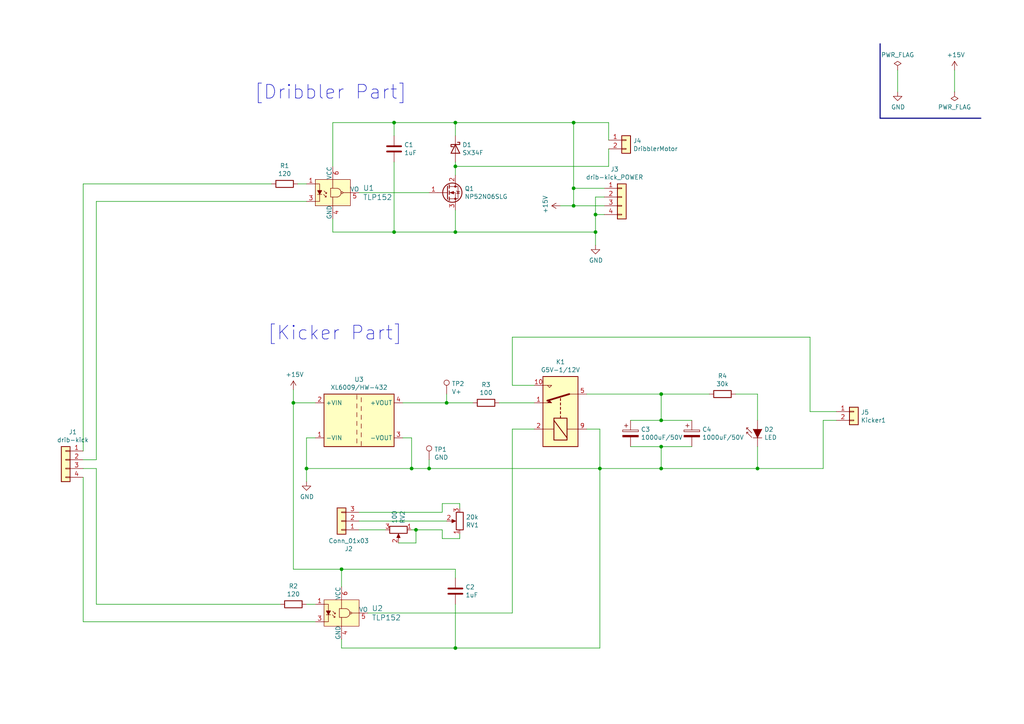
<source format=kicad_sch>
(kicad_sch (version 20211123) (generator eeschema)
  (paper "A4")
  (title_block (title "KicerDribbler") (date "2023-01-31") (rev "V2.0") (company "Saeki.A"))
  (lib_symbols
    (symbol "1.Robot.prtty:LED" (pin_numbers hide) (pin_names (offset 1.016) hide)
      (property "Reference" "D" (at 0.508 1.778 0))
      (property "Value" "1.Robot.prtty_LED" (at -1.016 -2.794 0))
      (symbol "LED_0_1"
        (polyline (pts (xy -2.54 1.27) (xy -2.54 -1.27)) (stroke (width 0.1524)))
        (polyline (pts (xy 0.381 3.175) (xy -0.127 3.175)))
        (polyline (pts (xy -1.143 1.651) (xy 0.381 3.175) (xy 0.381 2.667)))
        (polyline (pts (xy 0 1.27) (xy -2.54 0) (xy 0 -1.27)) (fill (type outline)))
        (polyline (pts (xy -2.413 1.651) (xy -0.889 3.175) (xy -0.889 2.667) (xy -0.889 3.175) (xy -1.397 3.175)))
      )
      (symbol "LED_1_1"
        (pin passive line (at -5.08 0 0) (length 2.54) (name "K") (number "1"))
        (pin passive line (at 2.54 0 180) (length 2.54) (name "A") (number "2"))
      )
    )
    (symbol "1.Robot.prtty:TLP152" (pin_names (offset 0))
      (property "Reference" "U" (at -7.62 7.62 0))
      (property "Value" "1.Robot.prtty_TLP152" (at 2.54 -5.715 0))
      (symbol "TLP152_0_1"
        (rectangle (start -5.08 3.81) (end 5.08 -3.81) (fill (type background)))
        (polyline (pts (xy -4.445 -0.508) (xy -3.175 -0.508)))
        (polyline (pts (xy -1.905 -1.27) (xy -1.905 -0.889)))
        (polyline (pts (xy -1.778 -0.254) (xy -2.159 -0.254)))
        (polyline (pts (xy -0.635 1.27) (xy 1.27 1.27)))
        (polyline (pts (xy 0 -3.81) (xy 0 -1.27)))
        (polyline (pts (xy 0 3.81) (xy 0 1.27)))
        (polyline (pts (xy 2.921 0) (xy 5.08 0)))
        (polyline (pts (xy -5.08 -2.54) (xy -3.81 -2.54) (xy -3.81 -0.254)))
        (polyline (pts (xy -5.08 2.54) (xy -3.81 2.54) (xy -3.81 0.508)))
        (polyline (pts (xy -2.667 -0.508) (xy -1.905 -1.27) (xy -2.286 -1.27)))
        (polyline (pts (xy -2.54 0.508) (xy -1.778 -0.254) (xy -1.778 0.127)))
        (polyline (pts (xy -0.635 1.27) (xy -0.635 -1.27) (xy 1.27 -1.27)))
        (polyline (pts (xy -4.318 0.635) (xy -3.175 0.635) (xy -3.81 -0.508) (xy -4.445 0.635)) (fill (type outline)))
        (arc (start 1.27 -1.27) (mid 2.4193 0) (end 1.27 1.27))
        (circle (center 2.667 0) (radius 0.2794))
      )
      (symbol "TLP152_1_1"
        (pin passive line (at -7.62 2.54 0) (length 2.54) (name "~") (number "1"))
        (pin passive line (at -7.62 -2.54 0) (length 2.54) (name "~") (number "3"))
        (pin power_in line (at 0 -7.62 90) (length 3.81) (name "GND") (number "4"))
        (pin output line (at 7.62 0 180) (length 2.54) (name "VO") (number "5"))
        (pin power_in line (at 0 7.62 270) (length 3.81) (name "VCC") (number "6"))
      )
    )
    (symbol "Connector:TestPoint" (pin_numbers hide) (pin_names (offset 0.762) hide)
      (property "Reference" "TP" (at 0 6.858 0))
      (property "Value" "TestPoint" (at 0 5.08 0))
      (symbol "TestPoint_0_1"
        (circle (center 0 3.302) (radius 0.762))
      )
      (symbol "TestPoint_1_1"
        (pin passive line (at 0 0 90) (length 2.54) (name "1") (number "1"))
      )
    )
    (symbol "Connector_Generic:Conn_01x02" (pin_names (offset 1.016) hide)
      (property "Reference" "J" (at 0 2.54 0))
      (property "Value" "Conn_01x02" (at 0 -5.08 0))
      (symbol "Conn_01x02_1_1"
        (rectangle (start -1.27 -2.413) (end 0 -2.667) (stroke (width 0.1524)))
        (rectangle (start -1.27 0.127) (end 0 -0.127) (stroke (width 0.1524)))
        (rectangle (start -1.27 1.27) (end 1.27 -3.81) (stroke (width 0.254)) (fill (type background)))
        (pin passive line (at -5.08 0 0) (length 3.81) (name "Pin_1") (number "1"))
        (pin passive line (at -5.08 -2.54 0) (length 3.81) (name "Pin_2") (number "2"))
      )
    )
    (symbol "Connector_Generic:Conn_01x03" (pin_names (offset 1.016) hide)
      (property "Reference" "J" (at 0 5.08 0))
      (property "Value" "Conn_01x03" (at 0 -5.08 0))
      (symbol "Conn_01x03_1_1"
        (rectangle (start -1.27 -2.413) (end 0 -2.667) (stroke (width 0.1524)))
        (rectangle (start -1.27 0.127) (end 0 -0.127) (stroke (width 0.1524)))
        (rectangle (start -1.27 2.667) (end 0 2.413) (stroke (width 0.1524)))
        (rectangle (start -1.27 3.81) (end 1.27 -3.81) (stroke (width 0.254)) (fill (type background)))
        (pin passive line (at -5.08 2.54 0) (length 3.81) (name "Pin_1") (number "1"))
        (pin passive line (at -5.08 0 0) (length 3.81) (name "Pin_2") (number "2"))
        (pin passive line (at -5.08 -2.54 0) (length 3.81) (name "Pin_3") (number "3"))
      )
    )
    (symbol "Connector_Generic:Conn_01x04" (pin_names (offset 1.016) hide)
      (property "Reference" "J" (at 0 5.08 0))
      (property "Value" "Conn_01x04" (at 0 -7.62 0))
      (symbol "Conn_01x04_1_1"
        (rectangle (start -1.27 -4.953) (end 0 -5.207) (stroke (width 0.1524)))
        (rectangle (start -1.27 -2.413) (end 0 -2.667) (stroke (width 0.1524)))
        (rectangle (start -1.27 0.127) (end 0 -0.127) (stroke (width 0.1524)))
        (rectangle (start -1.27 2.667) (end 0 2.413) (stroke (width 0.1524)))
        (rectangle (start -1.27 3.81) (end 1.27 -6.35) (stroke (width 0.254)) (fill (type background)))
        (pin passive line (at -5.08 2.54 0) (length 3.81) (name "Pin_1") (number "1"))
        (pin passive line (at -5.08 0 0) (length 3.81) (name "Pin_2") (number "2"))
        (pin passive line (at -5.08 -2.54 0) (length 3.81) (name "Pin_3") (number "3"))
        (pin passive line (at -5.08 -5.08 0) (length 3.81) (name "Pin_4") (number "4"))
      )
    )
    (symbol "Device:C" (pin_numbers hide) (pin_names (offset 0.254))
      (property "Reference" "C" (at 0.635 2.54 0))
      (property "Value" "C" (at 0.635 -2.54 0))
      (symbol "C_0_1"
        (polyline (pts (xy -2.032 -0.762) (xy 2.032 -0.762)) (stroke (width 0.508)))
        (polyline (pts (xy -2.032 0.762) (xy 2.032 0.762)) (stroke (width 0.508)))
      )
      (symbol "C_1_1"
        (pin passive line (at 0 3.81 270) (length 2.794) (name "~") (number "1"))
        (pin passive line (at 0 -3.81 90) (length 2.794) (name "~") (number "2"))
      )
    )
    (symbol "Device:CP" (pin_numbers hide) (pin_names (offset 0.254))
      (property "Reference" "C" (at 0.635 2.54 0))
      (property "Value" "Device_CP" (at 0.635 -2.54 0))
      (symbol "CP_0_1"
        (rectangle (start -2.286 0.508) (end 2.286 1.016))
        (polyline (pts (xy -1.778 2.286) (xy -0.762 2.286)))
        (polyline (pts (xy -1.27 2.794) (xy -1.27 1.778)))
        (rectangle (start 2.286 -0.508) (end -2.286 -1.016) (fill (type outline)))
      )
      (symbol "CP_1_1"
        (pin passive line (at 0 3.81 270) (length 2.794) (name "~") (number "1"))
        (pin passive line (at 0 -3.81 90) (length 2.794) (name "~") (number "2"))
      )
    )
    (symbol "Device:D_Schottky" (pin_numbers hide) (pin_names (offset 1.016) hide)
      (property "Reference" "D" (at 0 2.54 0))
      (property "Value" "D_Schottky" (at 0 -2.54 0))
      (symbol "D_Schottky_0_1"
        (polyline (pts (xy 1.27 0) (xy -1.27 0)))
        (polyline (pts (xy 1.27 1.27) (xy 1.27 -1.27) (xy -1.27 0) (xy 1.27 1.27)) (stroke (width 0.254)))
        (polyline (pts (xy -1.905 0.635) (xy -1.905 1.27) (xy -1.27 1.27) (xy -1.27 -1.27) (xy -0.635 -1.27) (xy -0.635 -0.635)) (stroke (width 0.254)))
      )
      (symbol "D_Schottky_1_1"
        (pin passive line (at -3.81 0 0) (length 2.54) (name "K") (number "1"))
        (pin passive line (at 3.81 0 180) (length 2.54) (name "A") (number "2"))
      )
    )
    (symbol "Device:R" (pin_numbers hide) (pin_names (offset 0))
      (property "Reference" "R" (at 2.032 0 90))
      (property "Value" "R" (at 0 0 90))
      (symbol "R_0_1"
        (rectangle (start -1.016 -2.54) (end 1.016 2.54) (stroke (width 0.254)))
      )
      (symbol "R_1_1"
        (pin passive line (at 0 3.81 270) (length 1.27) (name "~") (number "1"))
        (pin passive line (at 0 -3.81 90) (length 1.27) (name "~") (number "2"))
      )
    )
    (symbol "Device:R_POT" (pin_names (offset 1.016) hide)
      (property "Reference" "RV" (at -4.445 0 90))
      (property "Value" "Device_R_POT" (at -2.54 0 90))
      (symbol "R_POT_0_1"
        (polyline (pts (xy 2.54 0) (xy 1.524 0)))
        (polyline (pts (xy 1.143 0) (xy 2.286 0.508) (xy 2.286 -0.508) (xy 1.143 0)) (fill (type outline)))
        (rectangle (start 1.016 2.54) (end -1.016 -2.54) (stroke (width 0.254)))
      )
      (symbol "R_POT_1_1"
        (pin passive line (at 0 3.81 270) (length 1.27) (name "1") (number "1"))
        (pin passive line (at 3.81 0 180) (length 1.27) (name "2") (number "2"))
        (pin passive line (at 0 -3.81 90) (length 1.27) (name "3") (number "3"))
      )
    )
    (symbol "Kikker20200725-rescue:TLP157-Akizuki" (pin_names (offset 0))
      (property "Reference" "U" (at -7.62 7.62 0))
      (property "Value" "Kikker20200725-rescue_TLP157-Akizuki" (at 2.54 -5.715 0))
      (symbol "TLP157-Akizuki_0_1"
        (rectangle (start -5.08 3.81) (end 5.08 -3.81) (fill (type background)))
        (polyline (pts (xy -4.445 -0.508) (xy -3.175 -0.508)))
        (polyline (pts (xy -1.905 -1.27) (xy -1.905 -0.889)))
        (polyline (pts (xy -1.778 -0.254) (xy -2.159 -0.254)))
        (polyline (pts (xy -0.635 1.27) (xy 1.27 1.27)))
        (polyline (pts (xy 0 -3.81) (xy 0 -1.27)))
        (polyline (pts (xy 0 3.81) (xy 0 1.27)))
        (polyline (pts (xy 2.921 0) (xy 5.08 0)))
        (polyline (pts (xy -5.08 -2.54) (xy -3.81 -2.54) (xy -3.81 -0.254)))
        (polyline (pts (xy -5.08 2.54) (xy -3.81 2.54) (xy -3.81 0.508)))
        (polyline (pts (xy -2.667 -0.508) (xy -1.905 -1.27) (xy -2.286 -1.27)))
        (polyline (pts (xy -2.54 0.508) (xy -1.778 -0.254) (xy -1.778 0.127)))
        (polyline (pts (xy -0.635 1.27) (xy -0.635 -1.27) (xy 1.27 -1.27)))
        (polyline (pts (xy -4.318 0.635) (xy -3.175 0.635) (xy -3.81 -0.508) (xy -4.445 0.635)) (fill (type outline)))
        (arc (start 1.27 -1.27) (mid 2.4193 0) (end 1.27 1.27))
        (circle (center 2.667 0) (radius 0.2794))
      )
      (symbol "TLP157-Akizuki_1_1"
        (pin passive line (at -7.62 2.54 0) (length 2.54) (name "~") (number "1"))
        (pin passive line (at -7.62 -2.54 0) (length 2.54) (name "~") (number "3"))
        (pin power_in line (at 0 -7.62 90) (length 3.81) (name "GND") (number "4"))
        (pin output line (at 7.62 0 180) (length 2.54) (name "VO") (number "5"))
        (pin power_in line (at 0 7.62 270) (length 3.81) (name "VCC") (number "6"))
      )
    )
    (symbol "Regulator_Switching:CRE1S0305S3C"
      (property "Reference" "U" (at -8.89 8.89 0))
      (property "Value" "CRE1S0305S3C" (at 2.54 8.89 0))
      (symbol "CRE1S0305S3C_0_1"
        (rectangle (start -10.16 7.62) (end 10.16 -7.62) (stroke (width 0.254)) (fill (type background)))
        (polyline (pts (xy -0.635 -5.334) (xy -0.635 -6.604)))
        (polyline (pts (xy -0.635 -2.794) (xy -0.635 -4.064)))
        (polyline (pts (xy -0.635 -0.254) (xy -0.635 -1.524)))
        (polyline (pts (xy -0.635 2.286) (xy -0.635 1.016)))
        (polyline (pts (xy -0.635 4.826) (xy -0.635 3.556)))
        (polyline (pts (xy -0.635 7.366) (xy -0.635 6.096)))
        (polyline (pts (xy 0.635 -7.366) (xy 0.635 -6.096)))
        (polyline (pts (xy 0.635 -4.826) (xy 0.635 -3.556)))
        (polyline (pts (xy 0.635 -2.286) (xy 0.635 -1.016)))
        (polyline (pts (xy 0.635 0.254) (xy 0.635 1.524)))
        (polyline (pts (xy 0.635 2.794) (xy 0.635 4.064)))
        (polyline (pts (xy 0.635 5.334) (xy 0.635 6.604)))
      )
      (symbol "CRE1S0305S3C_1_1"
        (pin power_in line (at -12.7 -5.08 0) (length 2.54) (name "-VIN") (number "1"))
        (pin power_in line (at -12.7 5.08 0) (length 2.54) (name "+VIN") (number "2"))
        (pin power_out line (at 12.7 -5.08 180) (length 2.54) (name "-VOUT") (number "3"))
        (pin power_out line (at 12.7 5.08 180) (length 2.54) (name "+VOUT") (number "4"))
      )
    )
    (symbol "Relay:G5V-1"
      (property "Reference" "K" (at 11.43 3.81 0))
      (property "Value" "G5V-1" (at 11.43 1.27 0))
      (symbol "G5V-1_0_0"
        (polyline (pts (xy 7.62 5.08) (xy 7.62 2.54) (xy 6.985 3.175) (xy 7.62 3.81)))
      )
      (symbol "G5V-1_0_1"
        (rectangle (start -10.16 5.08) (end 10.16 -5.08) (stroke (width 0.254)) (fill (type background)))
        (rectangle (start -8.255 1.905) (end -1.905 -1.905) (stroke (width 0.254)))
        (polyline (pts (xy -7.62 -1.905) (xy -2.54 1.905)) (stroke (width 0.254)))
        (polyline (pts (xy -5.08 -5.08) (xy -5.08 -1.905)))
        (polyline (pts (xy -5.08 5.08) (xy -5.08 1.905)))
        (polyline (pts (xy -1.905 0) (xy -1.27 0)) (stroke (width 0.254)))
        (polyline (pts (xy -0.635 0) (xy 0 0)) (stroke (width 0.254)))
        (polyline (pts (xy 0.635 0) (xy 1.27 0)) (stroke (width 0.254)))
        (polyline (pts (xy 1.905 0) (xy 2.54 0)) (stroke (width 0.254)))
        (polyline (pts (xy 3.175 0) (xy 3.81 0)) (stroke (width 0.254)))
        (polyline (pts (xy 5.08 -2.54) (xy 3.175 3.81)) (stroke (width 0.508)))
        (polyline (pts (xy 5.08 -2.54) (xy 5.08 -5.08)))
        (polyline (pts (xy 2.54 5.08) (xy 2.54 2.54) (xy 3.175 3.175) (xy 2.54 3.81)) (fill (type outline)))
      )
      (symbol "G5V-1_1_1"
        (pin passive line (at 2.54 7.62 270) (length 2.54) (name "~") (number "1"))
        (pin passive line (at 7.62 7.62 270) (length 2.54) (name "~") (number "10"))
        (pin passive line (at -5.08 7.62 270) (length 2.54) (name "~") (number "2"))
        (pin passive line (at 5.08 -7.62 90) (length 2.54) (name "~") (number "5"))
        (pin passive line (at 5.08 -7.62 90) (length 2.54) hide (name "~") (number "6"))
        (pin passive line (at -5.08 -7.62 90) (length 2.54) (name "~") (number "9"))
      )
    )
    (symbol "Transistor_FET:NP52N06SLG" (pin_names hide)
      (property "Reference" "Q" (at 5.08 1.905 0))
      (property "Value" "Transistor_FET_NP52N06SLG" (at 5.08 0 0))
      (symbol "NP52N06SLG_0_1"
        (polyline (pts (xy 0.254 0) (xy -2.54 0)))
        (polyline (pts (xy 0.254 1.905) (xy 0.254 -1.905)) (stroke (width 0.254)))
        (polyline (pts (xy 0.762 -1.27) (xy 0.762 -2.286)) (stroke (width 0.254)))
        (polyline (pts (xy 0.762 0.508) (xy 0.762 -0.508)) (stroke (width 0.254)))
        (polyline (pts (xy 0.762 2.286) (xy 0.762 1.27)) (stroke (width 0.254)))
        (polyline (pts (xy 2.54 2.54) (xy 2.54 1.778)))
        (polyline (pts (xy 2.54 -2.54) (xy 2.54 0) (xy 0.762 0)))
        (polyline (pts (xy 0.762 -1.778) (xy 3.302 -1.778) (xy 3.302 1.778) (xy 0.762 1.778)))
        (polyline (pts (xy 1.016 0) (xy 2.032 0.381) (xy 2.032 -0.381) (xy 1.016 0)) (fill (type outline)))
        (polyline (pts (xy 2.794 0.508) (xy 2.921 0.381) (xy 3.683 0.381) (xy 3.81 0.254)))
        (polyline (pts (xy 3.302 0.381) (xy 2.921 -0.254) (xy 3.683 -0.254) (xy 3.302 0.381)))
        (circle (center 1.651 0) (radius 2.794) (stroke (width 0.254)))
        (circle (center 2.54 -1.778) (radius 0.254) (fill (type outline)))
        (circle (center 2.54 1.778) (radius 0.254) (fill (type outline)))
      )
      (symbol "NP52N06SLG_1_1"
        (pin input line (at -5.08 0 0) (length 2.54) (name "G") (number "1"))
        (pin passive line (at 2.54 5.08 270) (length 2.54) (name "D") (number "2"))
        (pin passive line (at 2.54 -5.08 90) (length 2.54) (name "S") (number "3"))
      )
    )
    (symbol "power:+15V" (power) (pin_names (offset 0))
      (property "Value" "+15V" (at 0 3.556 0))
      (symbol "+15V_0_1"
        (polyline (pts (xy -0.762 1.27) (xy 0 2.54)))
        (polyline (pts (xy 0 0) (xy 0 2.54)))
        (polyline (pts (xy 0 2.54) (xy 0.762 1.27)))
      )
      (symbol "+15V_1_1"
        (pin power_in line (at 0 0 90) (length 0) hide (name "+15V") (number "1"))
      )
    )
    (symbol "power:GND" (power) (pin_names (offset 0))
      (property "Value" "GND" (at 0 -3.81 0))
      (symbol "GND_0_1"
        (polyline (pts (xy 0 0) (xy 0 -1.27) (xy 1.27 -1.27) (xy 0 -2.54) (xy -1.27 -1.27) (xy 0 -1.27)))
      )
      (symbol "GND_1_1"
        (pin power_in line (at 0 0 270) (length 0) hide (name "GND") (number "1"))
      )
    )
    (symbol "power:PWR_FLAG" (power) (pin_numbers hide) (pin_names (offset 0) hide)
      (property "Value" "PWR_FLAG" (at 0 3.81 0))
      (symbol "PWR_FLAG_0_0"
        (pin power_out line (at 0 0 90) (length 0) (name "pwr") (number "1"))
      )
      (symbol "PWR_FLAG_0_1"
        (polyline (pts (xy 0 0) (xy 0 1.27) (xy -1.016 1.905) (xy 0 2.54) (xy 1.016 1.905) (xy 0 1.27)))
      )
    )
  )
  (junction (at 191.77 129.54))
  (junction (at 166.37 59.69))
  (junction (at 219.71 135.89))
  (junction (at 172.72 62.23))
  (junction (at 120.65 153.67))
  (junction (at 132.08 48.26))
  (junction (at 124.46 135.89))
  (junction (at 114.3 35.56))
  (junction (at 191.77 121.92))
  (junction (at 166.37 54.61))
  (junction (at 119.38 135.89))
  (junction (at 88.9 135.89))
  (junction (at 166.37 35.56))
  (junction (at 191.77 114.3))
  (junction (at 132.08 187.96))
  (junction (at 99.06 165.1))
  (junction (at 132.08 67.31))
  (junction (at 191.77 135.89))
  (junction (at 85.09 116.84))
  (junction (at 129.54 116.84))
  (junction (at 172.72 67.31))
  (junction (at 173.99 135.89))
  (junction (at 132.08 35.56))
  (junction (at 114.3 67.31))
  (wire (pts (xy 24.13 133.35) (xy 27.94 133.35)))
  (wire (pts (xy 27.94 135.89) (xy 27.94 175.26)))
  (wire (pts (xy 132.08 50.8) (xy 132.08 48.26)))
  (wire (pts (xy 166.37 54.61) (xy 166.37 59.69)))
  (wire (pts (xy 119.38 127) (xy 116.84 127)))
  (wire (pts (xy 104.14 153.67) (xy 111.76 153.67)))
  (wire (pts (xy 132.08 165.1) (xy 132.08 167.64)))
  (bus (pts (xy 255.27 12.7) (xy 255.27 34.29)))
  (wire (pts (xy 166.37 54.61) (xy 175.26 54.61)))
  (wire (pts (xy 173.99 124.46) (xy 170.18 124.46)))
  (wire (pts (xy 173.99 135.89) (xy 173.99 187.96)))
  (wire (pts (xy 191.77 114.3) (xy 205.74 114.3)))
  (wire (pts (xy 99.06 165.1) (xy 99.06 170.18)))
  (wire (pts (xy 132.08 48.26) (xy 176.53 48.26)))
  (wire (pts (xy 27.94 133.35) (xy 27.94 58.42)))
  (wire (pts (xy 106.68 177.8) (xy 148.59 177.8)))
  (wire (pts (xy 191.77 121.92) (xy 200.66 121.92)))
  (wire (pts (xy 148.59 97.79) (xy 234.95 97.79)))
  (wire (pts (xy 120.65 157.48) (xy 120.65 153.67)))
  (wire (pts (xy 191.77 129.54) (xy 191.77 135.89)))
  (wire (pts (xy 173.99 135.89) (xy 191.77 135.89)))
  (wire (pts (xy 114.3 35.56) (xy 114.3 39.37)))
  (wire (pts (xy 191.77 135.89) (xy 219.71 135.89)))
  (wire (pts (xy 260.35 20.32) (xy 260.35 26.67)))
  (wire (pts (xy 91.44 127) (xy 88.9 127)))
  (wire (pts (xy 96.52 35.56) (xy 114.3 35.56)))
  (wire (pts (xy 85.09 113.03) (xy 85.09 116.84)))
  (wire (pts (xy 191.77 114.3) (xy 191.77 121.92)))
  (wire (pts (xy 27.94 175.26) (xy 81.28 175.26)))
  (wire (pts (xy 144.78 116.84) (xy 154.94 116.84)))
  (wire (pts (xy 154.94 111.76) (xy 148.59 111.76)))
  (wire (pts (xy 191.77 129.54) (xy 200.66 129.54)))
  (wire (pts (xy 96.52 48.26) (xy 96.52 35.56)))
  (wire (pts (xy 88.9 175.26) (xy 91.44 175.26)))
  (wire (pts (xy 99.06 165.1) (xy 132.08 165.1)))
  (wire (pts (xy 133.35 146.05) (xy 133.35 147.32)))
  (wire (pts (xy 170.18 114.3) (xy 191.77 114.3)))
  (wire (pts (xy 24.13 180.34) (xy 24.13 138.43)))
  (wire (pts (xy 88.9 135.89) (xy 88.9 139.7)))
  (wire (pts (xy 132.08 35.56) (xy 166.37 35.56)))
  (wire (pts (xy 24.13 135.89) (xy 27.94 135.89)))
  (wire (pts (xy 175.26 57.15) (xy 172.72 57.15)))
  (wire (pts (xy 213.36 114.3) (xy 219.71 114.3)))
  (wire (pts (xy 104.14 151.13) (xy 129.54 151.13)))
  (wire (pts (xy 27.94 58.42) (xy 88.9 58.42)))
  (wire (pts (xy 234.95 119.38) (xy 242.57 119.38)))
  (wire (pts (xy 166.37 59.69) (xy 175.26 59.69)))
  (wire (pts (xy 132.08 67.31) (xy 132.08 60.96)))
  (wire (pts (xy 119.38 135.89) (xy 124.46 135.89)))
  (wire (pts (xy 114.3 67.31) (xy 132.08 67.31)))
  (wire (pts (xy 119.38 153.67) (xy 120.65 153.67)))
  (wire (pts (xy 128.27 156.21) (xy 133.35 156.21)))
  (wire (pts (xy 132.08 187.96) (xy 173.99 187.96)))
  (wire (pts (xy 133.35 156.21) (xy 133.35 154.94)))
  (wire (pts (xy 182.88 129.54) (xy 191.77 129.54)))
  (wire (pts (xy 124.46 135.89) (xy 173.99 135.89)))
  (wire (pts (xy 114.3 46.99) (xy 114.3 67.31)))
  (wire (pts (xy 99.06 187.96) (xy 132.08 187.96)))
  (wire (pts (xy 104.14 55.88) (xy 124.46 55.88)))
  (wire (pts (xy 114.3 35.56) (xy 132.08 35.56)))
  (wire (pts (xy 172.72 67.31) (xy 172.72 71.12)))
  (wire (pts (xy 182.88 121.92) (xy 191.77 121.92)))
  (wire (pts (xy 132.08 175.26) (xy 132.08 187.96)))
  (wire (pts (xy 219.71 135.89) (xy 238.76 135.89)))
  (wire (pts (xy 129.54 114.3) (xy 129.54 116.84)))
  (wire (pts (xy 172.72 57.15) (xy 172.72 62.23)))
  (wire (pts (xy 276.86 20.32) (xy 276.86 26.67)))
  (bus (pts (xy 255.27 34.29) (xy 284.48 34.29)))
  (wire (pts (xy 173.99 135.89) (xy 173.99 124.46)))
  (wire (pts (xy 85.09 116.84) (xy 85.09 165.1)))
  (wire (pts (xy 116.84 116.84) (xy 129.54 116.84)))
  (wire (pts (xy 172.72 62.23) (xy 172.72 67.31)))
  (wire (pts (xy 148.59 124.46) (xy 154.94 124.46)))
  (wire (pts (xy 88.9 127) (xy 88.9 135.89)))
  (wire (pts (xy 128.27 148.59) (xy 128.27 146.05)))
  (wire (pts (xy 176.53 35.56) (xy 176.53 40.64)))
  (wire (pts (xy 128.27 146.05) (xy 133.35 146.05)))
  (wire (pts (xy 24.13 130.81) (xy 24.13 53.34)))
  (wire (pts (xy 176.53 43.18) (xy 176.53 48.26)))
  (wire (pts (xy 115.57 157.48) (xy 120.65 157.48)))
  (wire (pts (xy 96.52 63.5) (xy 96.52 67.31)))
  (wire (pts (xy 238.76 121.92) (xy 238.76 135.89)))
  (wire (pts (xy 148.59 111.76) (xy 148.59 97.79)))
  (wire (pts (xy 219.71 114.3) (xy 219.71 121.92)))
  (wire (pts (xy 132.08 67.31) (xy 172.72 67.31)))
  (wire (pts (xy 24.13 180.34) (xy 91.44 180.34)))
  (wire (pts (xy 234.95 97.79) (xy 234.95 119.38)))
  (wire (pts (xy 124.46 133.35) (xy 124.46 135.89)))
  (wire (pts (xy 88.9 135.89) (xy 119.38 135.89)))
  (wire (pts (xy 86.36 53.34) (xy 88.9 53.34)))
  (wire (pts (xy 99.06 185.42) (xy 99.06 187.96)))
  (wire (pts (xy 104.14 148.59) (xy 128.27 148.59)))
  (wire (pts (xy 148.59 124.46) (xy 148.59 177.8)))
  (wire (pts (xy 96.52 67.31) (xy 114.3 67.31)))
  (wire (pts (xy 85.09 116.84) (xy 91.44 116.84)))
  (wire (pts (xy 219.71 129.54) (xy 219.71 135.89)))
  (wire (pts (xy 128.27 153.67) (xy 128.27 156.21)))
  (wire (pts (xy 119.38 135.89) (xy 119.38 127)))
  (wire (pts (xy 172.72 62.23) (xy 175.26 62.23)))
  (wire (pts (xy 162.56 59.69) (xy 166.37 59.69)))
  (wire (pts (xy 85.09 165.1) (xy 99.06 165.1)))
  (wire (pts (xy 129.54 116.84) (xy 137.16 116.84)))
  (wire (pts (xy 132.08 39.37) (xy 132.08 35.56)))
  (wire (pts (xy 242.57 121.92) (xy 238.76 121.92)))
  (wire (pts (xy 120.65 153.67) (xy 128.27 153.67)))
  (wire (pts (xy 166.37 35.56) (xy 166.37 54.61)))
  (wire (pts (xy 132.08 48.26) (xy 132.08 46.99)))
  (wire (pts (xy 24.13 53.34) (xy 78.74 53.34)))
  (wire (pts (xy 166.37 35.56) (xy 176.53 35.56)))
  (text "[Kicker Part]" (at 77.47 99.06 0) (effects (font (size 3.9878 3.9878)) (justify left bottom)))
  (text "[Dribbler Part]" (at 73.66 29.21 0) (effects (font (size 3.9878 3.9878)) (justify left bottom)))
  (symbol (lib_id "Device:CP") (at 200.66 125.73 0) (unit 1)
    (property "Reference" "C4" (at 203.6572 124.5616 0) (effects (justify left)))
    (property "Value" "1000uF/50V" (at 203.6572 126.873 0) (effects (justify left)))
    (property "Footprint" "Capacitor_THT:CP_Radial_D12.5mm_P7.50mm" (effects hide))
  )
  (symbol (lib_id "Device:C") (at 114.3 43.18 0) (unit 1)
    (property "Reference" "C1" (at 117.221 42.0116 0) (effects (justify left)))
    (property "Value" "1uF" (at 117.221 44.323 0) (effects (justify left)))
    (property "Footprint" "Capacitor_SMD:C_0603_1608Metric_Pad1.08x0.95mm_HandSolder" (effects hide))
  )
  (symbol (lib_id "Kikker20200725-rescue:TLP157-Akizuki") (at 99.06 177.8 0) (unit 1)
    (property "Reference" "U2" (at 107.7976 176.4538 0) (effects (font (size 1.524 1.524)) (justify left)))
    (property "Value" "TLP152" (at 107.7976 179.1462 0) (effects (font (size 1.524 1.524)) (justify left)))
    (property "Footprint" "0.main.robot:TLP152" (effects hide))
  )
  (symbol (lib_id "Device:D_Schottky") (at 132.08 43.18 270) (unit 1)
    (property "Reference" "D1" (at 134.0866 42.0116 90) (effects (justify left)))
    (property "Value" "SX34F" (at 134.0866 44.323 90) (effects (justify left)))
    (property "Footprint" "Diode_SMD:D_SMA" (effects hide))
  )
  (symbol (lib_id "power:GND") (at 260.35 26.67 0) (unit 1)
    (property "Reference" "#PWR06" (effects hide))
    (property "Value" "GND" (at 260.477 31.0642 0))
  )
  (symbol (lib_id "Connector:TestPoint") (at 124.46 133.35 0) (unit 1)
    (property "Reference" "TP1" (at 125.9332 130.3528 0) (effects (justify left)))
    (property "Value" "GND" (at 125.9332 132.6642 0) (effects (justify left)))
    (property "Footprint" "TestPoint:TestPoint_Loop_D2.60mm_Drill0.9mm_Beaded" (effects hide))
  )
  (symbol (lib_id "Device:R") (at 82.55 53.34 270) (unit 1)
    (property "Reference" "R1" (at 82.55 48.0822 90))
    (property "Value" "120" (at 82.55 50.3936 90))
    (property "Footprint" "Resistor_SMD:R_0603_1608Metric_Pad0.98x0.95mm_HandSolder" (effects hide))
  )
  (symbol (lib_id "Device:R") (at 85.09 175.26 270) (unit 1)
    (property "Reference" "R2" (at 85.09 170.0022 90))
    (property "Value" "120" (at 85.09 172.3136 90))
    (property "Footprint" "Resistor_SMD:R_0603_1608Metric_Pad0.98x0.95mm_HandSolder" (effects hide))
  )
  (symbol (lib_id "Device:C") (at 132.08 171.45 0) (unit 1)
    (property "Reference" "C2" (at 135.001 170.2816 0) (effects (justify left)))
    (property "Value" "1uF" (at 135.001 172.593 0) (effects (justify left)))
    (property "Footprint" "Capacitor_SMD:C_0603_1608Metric_Pad1.08x0.95mm_HandSolder" (effects hide))
  )
  (symbol (lib_id "Connector_Generic:Conn_01x04") (at 180.34 57.15 0) (unit 1)
    (property "Reference" "J3" (at 178.2572 49.0982 0))
    (property "Value" "drib-kick_POWER" (at 178.2572 51.4096 0))
    (property "Footprint" "Connector_PinHeader_2.54mm:PinHeader_1x04_P2.54mm_Vertical" (effects hide))
  )
  (symbol (lib_id "Connector:TestPoint") (at 129.54 114.3 0) (unit 1)
    (property "Reference" "TP2" (at 131.0132 111.3028 0) (effects (justify left)))
    (property "Value" "V+" (at 131.0132 113.6142 0) (effects (justify left)))
    (property "Footprint" "TestPoint:TestPoint_Loop_D2.60mm_Drill0.9mm_Beaded" (effects hide))
  )
  (symbol (lib_id "Connector_Generic:Conn_01x02") (at 247.65 119.38 0) (unit 1)
    (property "Reference" "J5" (at 249.682 119.5832 0) (effects (justify left)))
    (property "Value" "Kicker1" (at 249.682 121.8946 0) (effects (justify left)))
    (property "Footprint" "Connector_JST:JST_XH_B2B-XH-A_1x02_P2.50mm_Vertical" (effects hide))
  )
  (symbol (lib_id "power:PWR_FLAG") (at 260.35 20.32 0) (unit 1)
    (property "Reference" "#FLG01" (effects hide))
    (property "Value" "PWR_FLAG" (at 260.35 15.9258 0))
  )
  (symbol (lib_id "power:GND") (at 88.9 139.7 0) (unit 1)
    (property "Reference" "#PWR02" (effects hide))
    (property "Value" "GND" (at 89.027 144.0942 0))
  )
  (symbol (lib_id "Device:R") (at 209.55 114.3 90) (unit 1)
    (property "Reference" "R4" (at 209.55 109.0422 90))
    (property "Value" "30k" (at 209.55 111.3536 90))
    (property "Footprint" "Resistor_THT:R_Axial_DIN0204_L3.6mm_D1.6mm_P5.08mm_Horizontal" (effects hide))
  )
  (symbol (lib_id "1.Robot.prtty:TLP152") (at 96.52 55.88 0) (unit 1)
    (property "Reference" "U1" (at 105.2576 54.5338 0) (effects (font (size 1.524 1.524)) (justify left)))
    (property "Value" "TLP152" (at 105.2576 57.2262 0) (effects (font (size 1.524 1.524)) (justify left)))
    (property "Footprint" "0.main.robot:TLP152" (effects hide))
  )
  (symbol (lib_id "Connector_Generic:Conn_01x02") (at 181.61 40.64 0) (unit 1)
    (property "Reference" "J4" (at 183.642 40.8432 0) (effects (justify left)))
    (property "Value" "DribblerMotor" (at 183.642 43.1546 0) (effects (justify left)))
    (property "Footprint" "Connector_JST:JST_XH_B2B-XH-A_1x02_P2.50mm_Vertical" (effects hide))
  )
  (symbol (lib_id "Device:R_POT") (at 115.57 153.67 270) (unit 1)
    (property "Reference" "RV2" (at 116.7384 151.892 0) (effects (justify right)))
    (property "Value" "100" (at 114.427 151.892 0) (effects (justify right)))
    (property "Footprint" "0.main.robot:Trim-GF063P" (effects hide))
  )
  (symbol (lib_id "power:PWR_FLAG") (at 276.86 26.67 180) (unit 1)
    (property "Reference" "#FLG02" (effects hide))
    (property "Value" "PWR_FLAG" (at 276.86 31.0642 0))
  )
  (symbol (lib_id "Connector_Generic:Conn_01x04") (at 19.05 133.35 0) (mirror y) (unit 1)
    (property "Reference" "J1" (at 21.1328 125.2982 0))
    (property "Value" "drib-kick" (at 21.1328 127.6096 0))
    (property "Footprint" "Connector_PinHeader_2.54mm:PinHeader_1x04_P2.54mm_Vertical" (effects hide))
  )
  (symbol (lib_id "power:+15V") (at 276.86 20.32 0) (unit 1)
    (property "Reference" "#PWR07" (effects hide))
    (property "Value" "+15V" (at 277.241 15.9258 0))
  )
  (symbol (lib_id "power:GND") (at 172.72 71.12 0) (unit 1)
    (property "Reference" "#PWR03" (effects hide))
    (property "Value" "GND" (at 172.847 75.5142 0))
  )
  (symbol (lib_id "Device:R") (at 140.97 116.84 270) (unit 1)
    (property "Reference" "R3" (at 140.97 111.5822 90))
    (property "Value" "100" (at 140.97 113.8936 90))
    (property "Footprint" "Resistor_THT:R_Axial_DIN0411_L9.9mm_D3.6mm_P20.32mm_Horizontal" (effects hide))
  )
  (symbol (lib_id "power:+15V") (at 162.56 59.69 90) (unit 1)
    (property "Reference" "#PWR05" (effects hide))
    (property "Value" "+15V" (at 158.1658 59.309 0))
  )
  (symbol (lib_id "Device:R_POT") (at 133.35 151.13 180) (unit 1)
    (property "Reference" "RV1" (at 135.128 152.2984 0) (effects (justify right)))
    (property "Value" "20k" (at 135.128 149.987 0) (effects (justify right)))
    (property "Footprint" "0.main.robot:Trim-GF063X" (effects hide))
  )
  (symbol (lib_id "power:+15V") (at 85.09 113.03 0) (unit 1)
    (property "Reference" "#PWR01" (effects hide))
    (property "Value" "+15V" (at 85.471 108.6358 0))
  )
  (symbol (lib_id "Transistor_FET:NP52N06SLG") (at 129.54 55.88 0) (unit 1)
    (property "Reference" "Q1" (at 134.747 54.7116 0) (effects (justify left)))
    (property "Value" "NP52N06SLG" (at 134.747 57.023 0) (effects (justify left)))
    (property "Footprint" "Package_TO_SOT_SMD:TO-252-2" (effects hide))
    (property "Datasheet" "https://www.infineon.com/dgdl/Infineon-IPD50R380CE-DS-v02_01-en.pdf?fileId=db3a30433ecb86d4013ed0a2ef580f38" (effects hide))
  )
  (symbol (lib_id "Connector_Generic:Conn_01x03") (at 99.06 151.13 180) (unit 1)
    (property "Reference" "J2" (at 101.1428 159.1818 0))
    (property "Value" "Conn_01x03" (at 101.1428 156.8704 0))
    (property "Footprint" "Connector_PinHeader_2.54mm:PinHeader_1x03_P2.54mm_Vertical" (effects hide))
  )
  (symbol (lib_id "Device:CP") (at 182.88 125.73 0) (unit 1)
    (property "Reference" "C3" (at 185.8772 124.5616 0) (effects (justify left)))
    (property "Value" "1000uF/50V" (at 185.8772 126.873 0) (effects (justify left)))
    (property "Footprint" "Capacitor_THT:CP_Radial_D12.5mm_P7.50mm" (effects hide))
  )
  (symbol (lib_id "Regulator_Switching:CRE1S0305S3C") (at 104.14 121.92 0) (unit 1)
    (property "Reference" "U3" (at 104.14 110.0582 0))
    (property "Value" "XL6009/HW-432" (at 104.14 112.3696 0))
    (property "Footprint" "0.main.robot:XL6009_HW432" (effects hide))
    (property "Datasheet" "http://power.murata.com/datasheet?/data/power/ncl/kdc_cre1.pdf" (effects hide))
  )
  (symbol (lib_id "Relay:G5V-1") (at 162.56 119.38 90) (unit 1)
    (property "Reference" "K1" (at 162.56 104.9782 90))
    (property "Value" "G5V-1/12V" (at 162.56 107.2896 90))
    (property "Footprint" "Relay_THT:Relay_SPDT_Omron_G5V-1" (effects hide))
    (property "Datasheet" "http://omronfs.omron.com/en_US/ecb/products/pdf/en-g5v_1.pdf" (effects hide))
  )
  (symbol (lib_id "1.Robot.prtty:LED") (at 219.71 124.46 90) (unit 1)
    (property "Reference" "D2" (at 221.6658 124.5616 90) (effects (justify right)))
    (property "Value" "LED" (at 221.6658 126.873 90) (effects (justify right)))
    (property "Footprint" "LED_SMD:LED_0603_1608Metric_Pad1.05x0.95mm_HandSolder" (effects hide))
  )
)
</source>
